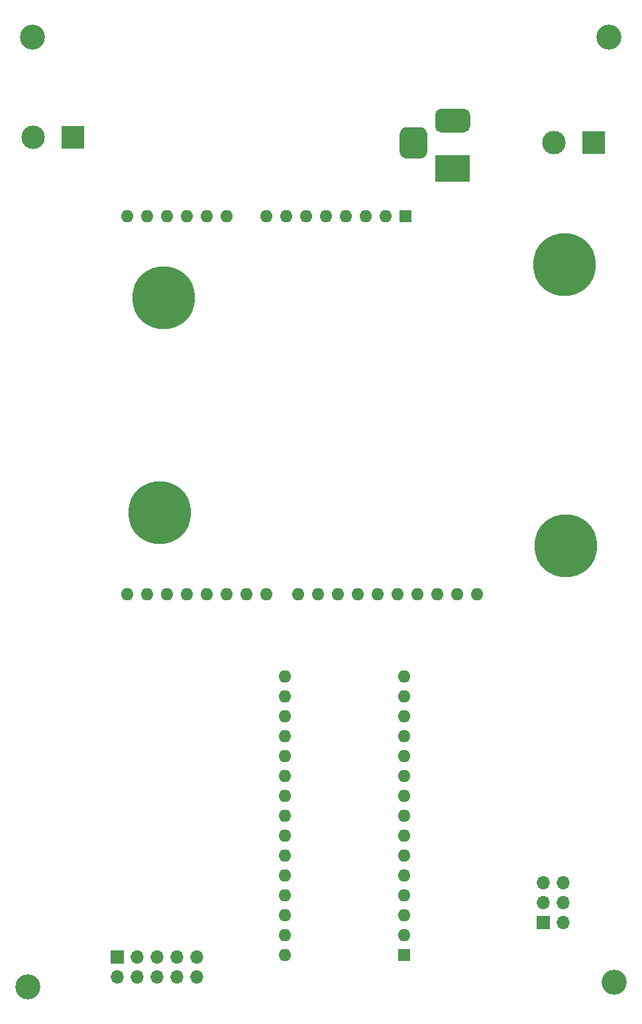
<source format=gbr>
G04 #@! TF.GenerationSoftware,KiCad,Pcbnew,(5.1.12)-1*
G04 #@! TF.CreationDate,2021-12-08T10:01:55+00:00*
G04 #@! TF.ProjectId,PIDController,50494443-6f6e-4747-926f-6c6c65722e6b,rev?*
G04 #@! TF.SameCoordinates,Original*
G04 #@! TF.FileFunction,Soldermask,Bot*
G04 #@! TF.FilePolarity,Negative*
%FSLAX46Y46*%
G04 Gerber Fmt 4.6, Leading zero omitted, Abs format (unit mm)*
G04 Created by KiCad (PCBNEW (5.1.12)-1) date 2021-12-08 10:01:55*
%MOMM*%
%LPD*%
G01*
G04 APERTURE LIST*
%ADD10C,3.200000*%
%ADD11O,1.600000X1.600000*%
%ADD12R,1.600000X1.600000*%
%ADD13R,3.000000X3.000000*%
%ADD14C,3.000000*%
%ADD15R,1.700000X1.700000*%
%ADD16O,1.700000X1.700000*%
%ADD17C,8.000000*%
%ADD18R,4.500000X3.500000*%
G04 APERTURE END LIST*
D10*
X184150000Y-152400000D03*
X109220000Y-153035000D03*
X183515000Y-31750000D03*
X109855000Y-31750000D03*
D11*
X166620000Y-102870000D03*
X164080000Y-102870000D03*
D12*
X157480000Y-54610000D03*
D11*
X127000000Y-102870000D03*
X154940000Y-54610000D03*
X129540000Y-102870000D03*
X152400000Y-54610000D03*
X132080000Y-102870000D03*
X149860000Y-54610000D03*
X134620000Y-102870000D03*
X147320000Y-54610000D03*
X137160000Y-102870000D03*
X144780000Y-54610000D03*
X139700000Y-102870000D03*
X142240000Y-54610000D03*
X143760000Y-102870000D03*
X139700000Y-54610000D03*
X146300000Y-102870000D03*
X134620000Y-54610000D03*
X148840000Y-102870000D03*
X132080000Y-54610000D03*
X151380000Y-102870000D03*
X129540000Y-54610000D03*
X153920000Y-102870000D03*
X127000000Y-54610000D03*
X156460000Y-102870000D03*
X124460000Y-54610000D03*
X159000000Y-102870000D03*
X121920000Y-54610000D03*
X161540000Y-102870000D03*
X121920000Y-102870000D03*
X124460000Y-102870000D03*
D13*
X114960400Y-44551600D03*
D14*
X109880400Y-44551600D03*
X176453800Y-45212000D03*
D13*
X181533800Y-45212000D03*
D15*
X120650000Y-149225000D03*
D16*
X120650000Y-151765000D03*
X123190000Y-149225000D03*
X123190000Y-151765000D03*
X125730000Y-149225000D03*
X125730000Y-151765000D03*
X128270000Y-149225000D03*
X128270000Y-151765000D03*
X130810000Y-149225000D03*
X130810000Y-151765000D03*
D12*
X157302200Y-148971000D03*
D11*
X142062200Y-115951000D03*
X157302200Y-146431000D03*
X142062200Y-118491000D03*
X157302200Y-143891000D03*
X142062200Y-121031000D03*
X157302200Y-141351000D03*
X142062200Y-123571000D03*
X157302200Y-138811000D03*
X142062200Y-126111000D03*
X157302200Y-136271000D03*
X142062200Y-128651000D03*
X157302200Y-133731000D03*
X142062200Y-131191000D03*
X157302200Y-131191000D03*
X142062200Y-133731000D03*
X157302200Y-128651000D03*
X142062200Y-136271000D03*
X157302200Y-126111000D03*
X142062200Y-138811000D03*
X157302200Y-123571000D03*
X142062200Y-141351000D03*
X157302200Y-121031000D03*
X142062200Y-143891000D03*
X157302200Y-118491000D03*
X142062200Y-146431000D03*
X157302200Y-115951000D03*
X142062200Y-148971000D03*
X157302200Y-113411000D03*
X142062200Y-113411000D03*
D17*
X177800000Y-60833000D03*
X178003200Y-96697800D03*
X126568200Y-65024000D03*
X126034800Y-92430600D03*
D15*
X175133000Y-144754600D03*
D16*
X177673000Y-144754600D03*
X175133000Y-142214600D03*
X177673000Y-142214600D03*
X175133000Y-139674600D03*
X177673000Y-139674600D03*
D18*
X163499800Y-48564800D03*
G36*
G01*
X161999800Y-40914800D02*
X164999800Y-40914800D01*
G75*
G02*
X165749800Y-41664800I0J-750000D01*
G01*
X165749800Y-43164800D01*
G75*
G02*
X164999800Y-43914800I-750000J0D01*
G01*
X161999800Y-43914800D01*
G75*
G02*
X161249800Y-43164800I0J750000D01*
G01*
X161249800Y-41664800D01*
G75*
G02*
X161999800Y-40914800I750000J0D01*
G01*
G37*
G36*
G01*
X157624800Y-43264800D02*
X159374800Y-43264800D01*
G75*
G02*
X160249800Y-44139800I0J-875000D01*
G01*
X160249800Y-46389800D01*
G75*
G02*
X159374800Y-47264800I-875000J0D01*
G01*
X157624800Y-47264800D01*
G75*
G02*
X156749800Y-46389800I0J875000D01*
G01*
X156749800Y-44139800D01*
G75*
G02*
X157624800Y-43264800I875000J0D01*
G01*
G37*
M02*

</source>
